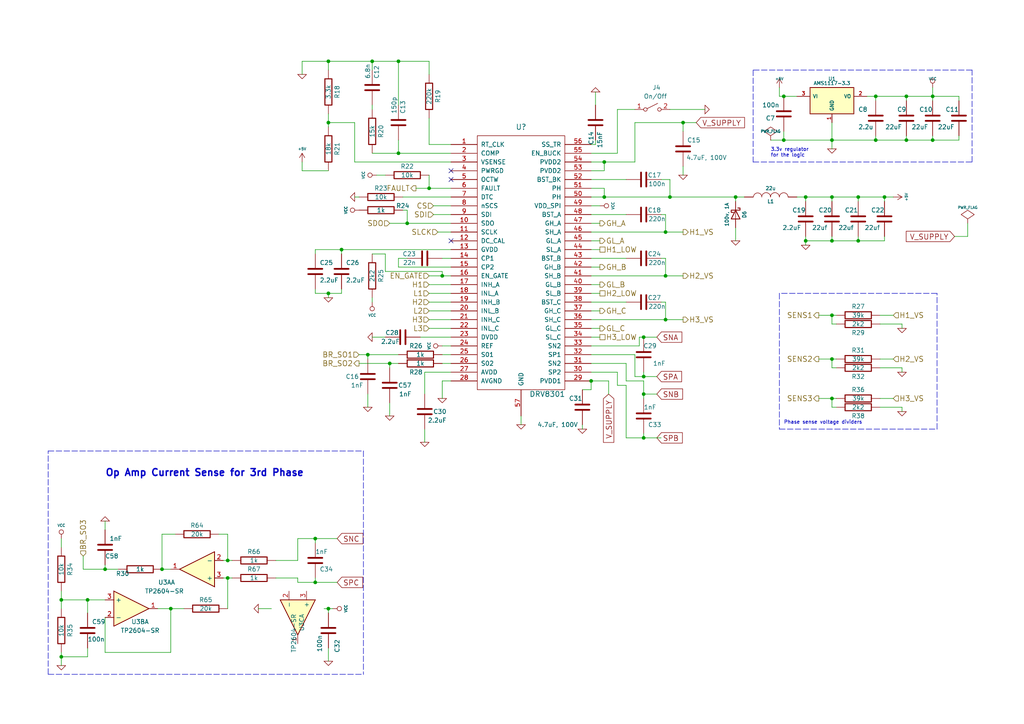
<source format=kicad_sch>
(kicad_sch (version 20231120) (generator "eeschema") (generator_version "8.0")
  (paper "A4")
  (title_block (title "Cheap FOCer 2") (date "2020-04-08") (rev "0.9") (company "Shaman Systems") (comment 1 "Root") (comment 4 "Top level"))
  (junction (at 175.26 57.15))
  (junction (at 227.33 27.94))
  (junction (at 128.27 80.01))
  (junction (at 186.69 97.79))
  (junction (at 95.25 176.53))
  (junction (at 256.54 57.15))
  (junction (at 194.31 57.15))
  (junction (at 213.36 57.15))
  (junction (at 186.69 114.3))
  (junction (at 241.3 91.44))
  (junction (at 248.92 69.85))
  (junction (at 171.45 110.49))
  (junction (at 66.04 162.56))
  (junction (at 66.04 167.64))
  (junction (at 262.89 40.64))
  (junction (at 99.06 72.39))
  (junction (at 17.78 190.5))
  (junction (at 248.92 57.15))
  (junction (at 175.26 46.99))
  (junction (at 46.99 165.1))
  (junction (at 115.57 44.45))
  (junction (at 254 27.94))
  (junction (at 25.4 173.99))
  (junction (at 233.68 69.85))
  (junction (at 193.04 67.31))
  (junction (at 17.78 173.99))
  (junction (at 198.12 35.56))
  (junction (at 262.89 27.94))
  (junction (at 270.51 27.94))
  (junction (at 233.68 57.15))
  (junction (at 124.46 54.61))
  (junction (at 95.25 17.78))
  (junction (at 193.04 80.01))
  (junction (at 95.25 35.56))
  (junction (at 95.25 85.09))
  (junction (at 118.11 64.77))
  (junction (at 91.44 168.91))
  (junction (at 115.57 17.78))
  (junction (at 254 40.64))
  (junction (at 241.3 115.57))
  (junction (at 186.69 127))
  (junction (at 113.03 105.41))
  (junction (at 241.3 69.85))
  (junction (at 193.04 92.71))
  (junction (at 49.53 176.53))
  (junction (at 227.33 40.64))
  (junction (at 241.3 57.15))
  (junction (at 107.95 17.78))
  (junction (at 30.48 165.1))
  (junction (at 106.68 102.87))
  (junction (at 241.3 104.14))
  (junction (at 91.44 156.21))
  (junction (at 186.69 109.22))
  (junction (at 270.51 40.64))
  (junction (at 241.3 40.64))
  (no_connect (at 130.81 69.85))
  (no_connect (at 130.81 49.53))
  (no_connect (at 130.81 52.07))
  (wire (pts (xy 128.27 80.01) (xy 130.81 80.01)))
  (wire (pts (xy 96.52 176.53) (xy 95.25 176.53)))
  (wire (pts (xy 186.69 107.95) (xy 186.69 109.22)))
  (wire (pts (xy 185.42 97.79) (xy 186.69 97.79)))
  (wire (pts (xy 280.67 64.77) (xy 280.67 68.58)))
  (polyline (pts (xy 281.94 46.99) (xy 281.94 20.32)) (stroke (width 0) (type dash)))
  (wire (pts (xy 168.91 123.19) (xy 168.91 124.46)))
  (wire (pts (xy 95.25 20.32) (xy 95.25 17.78)))
  (wire (pts (xy 172.72 41.91) (xy 172.72 40.64)))
  (wire (pts (xy 125.73 62.23) (xy 130.81 62.23)))
  (wire (pts (xy 179.07 31.75) (xy 184.15 31.75)))
  (polyline (pts (xy 13.97 130.81) (xy 105.41 130.81)) (stroke (width 0) (type dash)))
  (wire (pts (xy 227.33 27.94) (xy 231.14 27.94)))
  (wire (pts (xy 261.62 118.11) (xy 261.62 119.38)))
  (wire (pts (xy 241.3 104.14) (xy 241.3 106.68)))
  (wire (pts (xy 270.51 25.4) (xy 270.51 27.94)))
  (wire (pts (xy 175.26 57.15) (xy 194.31 57.15)))
  (wire (pts (xy 123.19 128.27) (xy 123.19 124.46)))
  (wire (pts (xy 118.11 60.96) (xy 118.11 64.77)))
  (wire (pts (xy 30.48 189.23) (xy 49.53 189.23)))
  (wire (pts (xy 278.13 40.64) (xy 270.51 40.64)))
  (wire (pts (xy 91.44 72.39) (xy 99.06 72.39)))
  (wire (pts (xy 91.44 73.66) (xy 91.44 72.39)))
  (wire (pts (xy 233.68 69.85) (xy 233.68 68.58)))
  (wire (pts (xy 106.68 104.14) (xy 106.68 102.87)))
  (wire (pts (xy 171.45 67.31) (xy 193.04 67.31)))
  (wire (pts (xy 198.12 35.56) (xy 201.93 35.56)))
  (wire (pts (xy 151.13 120.65) (xy 151.13 123.19)))
  (wire (pts (xy 63.5 154.94) (xy 66.04 154.94)))
  (wire (pts (xy 237.49 91.44) (xy 241.3 91.44)))
  (wire (pts (xy 262.89 27.94) (xy 262.89 29.21)))
  (wire (pts (xy 251.46 27.94) (xy 254 27.94)))
  (wire (pts (xy 171.45 100.33) (xy 185.42 100.33)))
  (wire (pts (xy 241.3 106.68) (xy 242.57 106.68)))
  (wire (pts (xy 193.04 62.23) (xy 191.77 62.23)))
  (wire (pts (xy 49.53 189.23) (xy 49.53 176.53)))
  (wire (pts (xy 95.25 49.53) (xy 87.63 49.53)))
  (wire (pts (xy 128.27 78.74) (xy 128.27 80.01)))
  (wire (pts (xy 107.95 73.66) (xy 111.76 73.66)))
  (wire (pts (xy 91.44 85.09) (xy 91.44 83.82)))
  (wire (pts (xy 171.45 87.63) (xy 181.61 87.63)))
  (wire (pts (xy 124.46 82.55) (xy 130.81 82.55)))
  (wire (pts (xy 171.45 57.15) (xy 175.26 57.15)))
  (wire (pts (xy 130.81 85.09) (xy 124.46 85.09)))
  (wire (pts (xy 30.48 165.1) (xy 34.29 165.1)))
  (wire (pts (xy 111.76 73.66) (xy 111.76 78.74)))
  (wire (pts (xy 113.03 120.65) (xy 113.03 116.84)))
  (wire (pts (xy 255.27 115.57) (xy 259.08 115.57)))
  (wire (pts (xy 116.84 60.96) (xy 118.11 60.96)))
  (wire (pts (xy 181.61 62.23) (xy 171.45 62.23)))
  (wire (pts (xy 255.27 91.44) (xy 259.08 91.44)))
  (wire (pts (xy 254 27.94) (xy 254 29.21)))
  (wire (pts (xy 99.06 85.09) (xy 95.25 85.09)))
  (wire (pts (xy 171.45 97.79) (xy 173.99 97.79)))
  (wire (pts (xy 175.26 46.99) (xy 175.26 49.53)))
  (wire (pts (xy 241.3 91.44) (xy 242.57 91.44)))
  (wire (pts (xy 124.46 92.71) (xy 130.81 92.71)))
  (wire (pts (xy 115.57 30.48) (xy 115.57 17.78)))
  (wire (pts (xy 194.31 57.15) (xy 213.36 57.15)))
  (wire (pts (xy 25.4 187.96) (xy 25.4 190.5)))
  (wire (pts (xy 254 40.64) (xy 254 39.37)))
  (wire (pts (xy 256.54 58.42) (xy 256.54 57.15)))
  (wire (pts (xy 172.72 26.67) (xy 172.72 30.48)))
  (wire (pts (xy 270.51 27.94) (xy 278.13 27.94)))
  (wire (pts (xy 115.57 17.78) (xy 107.95 17.78)))
  (wire (pts (xy 67.31 162.56) (xy 66.04 162.56)))
  (wire (pts (xy 181.61 105.41) (xy 181.61 110.49)))
  (polyline (pts (xy 218.44 20.32) (xy 218.44 46.99)) (stroke (width 0) (type dash)))
  (wire (pts (xy 186.69 127) (xy 191.77 127)))
  (wire (pts (xy 91.44 157.48) (xy 91.44 156.21)))
  (wire (pts (xy 17.78 171.45) (xy 17.78 173.99)))
  (wire (pts (xy 115.57 74.93) (xy 115.57 77.47)))
  (wire (pts (xy 95.25 35.56) (xy 95.25 36.83)))
  (wire (pts (xy 115.57 77.47) (xy 130.81 77.47)))
  (wire (pts (xy 242.57 118.11) (xy 241.3 118.11)))
  (wire (pts (xy 173.99 95.25) (xy 171.45 95.25)))
  (wire (pts (xy 262.89 27.94) (xy 270.51 27.94)))
  (polyline (pts (xy 218.44 46.99) (xy 281.94 46.99)) (stroke (width 0) (type dash)))
  (wire (pts (xy 262.89 39.37) (xy 262.89 40.64)))
  (wire (pts (xy 171.45 41.91) (xy 172.72 41.91)))
  (wire (pts (xy 241.3 40.64) (xy 254 40.64)))
  (wire (pts (xy 124.46 17.78) (xy 115.57 17.78)))
  (wire (pts (xy 130.81 46.99) (xy 102.87 46.99)))
  (wire (pts (xy 262.89 40.64) (xy 270.51 40.64)))
  (wire (pts (xy 256.54 68.58) (xy 256.54 69.85)))
  (wire (pts (xy 86.36 156.21) (xy 91.44 156.21)))
  (wire (pts (xy 242.57 93.98) (xy 241.3 93.98)))
  (wire (pts (xy 109.22 50.8) (xy 111.76 50.8)))
  (wire (pts (xy 171.45 105.41) (xy 181.61 105.41)))
  (wire (pts (xy 248.92 58.42) (xy 248.92 57.15)))
  (wire (pts (xy 254 40.64) (xy 262.89 40.64)))
  (wire (pts (xy 255.27 104.14) (xy 259.08 104.14)))
  (wire (pts (xy 248.92 57.15) (xy 256.54 57.15)))
  (wire (pts (xy 255.27 118.11) (xy 261.62 118.11)))
  (wire (pts (xy 128.27 102.87) (xy 130.81 102.87)))
  (wire (pts (xy 107.95 31.75) (xy 107.95 30.48)))
  (wire (pts (xy 107.95 44.45) (xy 115.57 44.45)))
  (polyline (pts (xy 281.94 20.32) (xy 218.44 20.32)) (stroke (width 0) (type dash)))
  (wire (pts (xy 198.12 48.26) (xy 198.12 50.8)))
  (wire (pts (xy 193.04 87.63) (xy 191.77 87.63)))
  (wire (pts (xy 173.99 59.69) (xy 171.45 59.69)))
  (wire (pts (xy 186.69 127) (xy 181.61 127)))
  (wire (pts (xy 193.04 67.31) (xy 198.12 67.31)))
  (wire (pts (xy 186.69 110.49) (xy 186.69 114.3)))
  (wire (pts (xy 118.11 74.93) (xy 115.57 74.93)))
  (wire (pts (xy 280.67 68.58) (xy 276.86 68.58)))
  (wire (pts (xy 175.26 49.53) (xy 171.45 49.53)))
  (wire (pts (xy 241.3 115.57) (xy 242.57 115.57)))
  (wire (pts (xy 227.33 38.1) (xy 227.33 40.64)))
  (wire (pts (xy 184.15 46.99) (xy 175.26 46.99)))
  (wire (pts (xy 193.04 62.23) (xy 193.04 67.31)))
  (wire (pts (xy 124.46 87.63) (xy 130.81 87.63)))
  (wire (pts (xy 123.19 107.95) (xy 123.19 114.3)))
  (wire (pts (xy 123.19 107.95) (xy 130.81 107.95)))
  (wire (pts (xy 171.45 72.39) (xy 173.99 72.39)))
  (wire (pts (xy 226.06 27.94) (xy 226.06 25.4)))
  (wire (pts (xy 24.13 165.1) (xy 30.48 165.1)))
  (wire (pts (xy 124.46 41.91) (xy 124.46 34.29)))
  (wire (pts (xy 184.15 102.87) (xy 184.15 109.22)))
  (wire (pts (xy 198.12 38.1) (xy 198.12 35.56)))
  (wire (pts (xy 124.46 54.61) (xy 130.81 54.61)))
  (wire (pts (xy 184.15 35.56) (xy 198.12 35.56)))
  (wire (pts (xy 95.25 191.77) (xy 95.25 187.96)))
  (wire (pts (xy 124.46 54.61) (xy 120.65 54.61)))
  (wire (pts (xy 80.01 167.64) (xy 86.36 167.64)))
  (wire (pts (xy 231.14 57.15) (xy 233.68 57.15)))
  (wire (pts (xy 181.61 110.49) (xy 186.69 110.49)))
  (wire (pts (xy 193.04 80.01) (xy 198.12 80.01)))
  (wire (pts (xy 106.68 102.87) (xy 115.57 102.87)))
  (wire (pts (xy 237.49 104.14) (xy 241.3 104.14)))
  (wire (pts (xy 173.99 77.47) (xy 171.45 77.47)))
  (wire (pts (xy 66.04 167.64) (xy 67.31 167.64)))
  (wire (pts (xy 256.54 57.15) (xy 259.08 57.15)))
  (wire (pts (xy 124.46 95.25) (xy 130.81 95.25)))
  (wire (pts (xy 241.3 93.98) (xy 241.3 91.44)))
  (wire (pts (xy 124.46 80.01) (xy 128.27 80.01)))
  (wire (pts (xy 241.3 58.42) (xy 241.3 57.15)))
  (wire (pts (xy 254 27.94) (xy 262.89 27.94)))
  (wire (pts (xy 46.99 154.94) (xy 46.99 165.1)))
  (polyline (pts (xy 13.97 195.58) (xy 105.41 195.58)) (stroke (width 0) (type dash)))
  (wire (pts (xy 270.51 40.64) (xy 270.51 39.37)))
  (wire (pts (xy 181.61 52.07) (xy 171.45 52.07)))
  (wire (pts (xy 278.13 39.37) (xy 278.13 40.64)))
  (wire (pts (xy 113.03 106.68) (xy 113.03 105.41)))
  (wire (pts (xy 99.06 72.39) (xy 130.81 72.39)))
  (wire (pts (xy 130.81 64.77) (xy 118.11 64.77)))
  (wire (pts (xy 241.3 40.64) (xy 241.3 43.18)))
  (wire (pts (xy 233.68 57.15) (xy 233.68 58.42)))
  (wire (pts (xy 124.46 41.91) (xy 130.81 41.91)))
  (wire (pts (xy 181.61 74.93) (xy 171.45 74.93)))
  (wire (pts (xy 181.61 111.76) (xy 179.07 111.76)))
  (wire (pts (xy 118.11 64.77) (xy 113.03 64.77)))
  (wire (pts (xy 184.15 35.56) (xy 184.15 46.99)))
  (wire (pts (xy 115.57 40.64) (xy 115.57 44.45)))
  (wire (pts (xy 171.45 80.01) (xy 193.04 80.01)))
  (wire (pts (xy 233.68 57.15) (xy 241.3 57.15)))
  (wire (pts (xy 91.44 168.91) (xy 97.79 168.91)))
  (wire (pts (xy 223.52 40.64) (xy 227.33 40.64)))
  (wire (pts (xy 66.04 154.94) (xy 66.04 162.56)))
  (wire (pts (xy 17.78 156.21) (xy 17.78 158.75)))
  (wire (pts (xy 66.04 162.56) (xy 64.77 162.56)))
  (wire (pts (xy 95.25 176.53) (xy 93.98 176.53)))
  (wire (pts (xy 74.93 176.53) (xy 78.74 176.53)))
  (wire (pts (xy 191.77 52.07) (xy 194.31 52.07)))
  (wire (pts (xy 95.25 17.78) (xy 87.63 17.78)))
  (wire (pts (xy 91.44 167.64) (xy 91.44 168.91)))
  (wire (pts (xy 25.4 177.8) (xy 25.4 173.99)))
  (wire (pts (xy 171.45 113.03) (xy 168.91 113.03)))
  (wire (pts (xy 171.45 102.87) (xy 184.15 102.87)))
  (wire (pts (xy 186.69 125.73) (xy 186.69 127)))
  (wire (pts (xy 124.46 21.59) (xy 124.46 17.78)))
  (wire (pts (xy 193.04 92.71) (xy 198.12 92.71)))
  (polyline (pts (xy 105.41 130.81) (xy 105.41 195.58)) (stroke (width 0) (type dash)))
  (wire (pts (xy 193.04 74.93) (xy 193.04 80.01)))
  (wire (pts (xy 102.87 35.56) (xy 95.25 35.56)))
  (wire (pts (xy 106.68 118.11) (xy 106.68 114.3)))
  (wire (pts (xy 95.25 177.8) (xy 95.25 176.53)))
  (wire (pts (xy 241.3 57.15) (xy 248.92 57.15)))
  (wire (pts (xy 17.78 190.5) (xy 17.78 189.23)))
  (wire (pts (xy 185.42 97.79) (xy 185.42 100.33)))
  (wire (pts (xy 99.06 73.66) (xy 99.06 72.39)))
  (wire (pts (xy 193.04 87.63) (xy 193.04 92.71)))
  (wire (pts (xy 255.27 106.68) (xy 261.62 106.68)))
  (wire (pts (xy 128.27 105.41) (xy 130.81 105.41)))
  (wire (pts (xy 128.27 110.49) (xy 130.81 110.49)))
  (wire (pts (xy 173.99 82.55) (xy 171.45 82.55)))
  (wire (pts (xy 30.48 179.07) (xy 30.48 189.23)))
  (wire (pts (xy 241.3 68.58) (xy 241.3 69.85)))
  (wire (pts (xy 237.49 115.57) (xy 241.3 115.57)))
  (wire (pts (xy 95.25 33.02) (xy 95.25 35.56)))
  (wire (pts (xy 261.62 93.98) (xy 261.62 95.25)))
  (wire (pts (xy 233.68 71.12) (xy 233.68 69.85)))
  (wire (pts (xy 173.99 85.09) (xy 171.45 85.09)))
  (wire (pts (xy 25.4 173.99) (xy 30.48 173.99)))
  (wire (pts (xy 186.69 109.22) (xy 184.15 109.22)))
  (wire (pts (xy 128.27 110.49) (xy 128.27 115.57)))
  (wire (pts (xy 278.13 27.94) (xy 278.13 29.21)))
  (wire (pts (xy 241.3 69.85) (xy 248.92 69.85)))
  (wire (pts (xy 53.34 176.53) (xy 49.53 176.53)))
  (wire (pts (xy 171.45 110.49) (xy 176.53 110.49)))
  (wire (pts (xy 121.92 97.79) (xy 130.81 97.79)))
  (wire (pts (xy 111.76 78.74) (xy 128.27 78.74)))
  (wire (pts (xy 171.45 54.61) (xy 175.26 54.61)))
  (wire (pts (xy 95.25 85.09) (xy 91.44 85.09)))
  (wire (pts (xy 25.4 190.5) (xy 17.78 190.5)))
  (wire (pts (xy 49.53 165.1) (xy 46.99 165.1)))
  (wire (pts (xy 104.14 105.41) (xy 113.03 105.41)))
  (wire (pts (xy 241.3 35.56) (xy 241.3 40.64)))
  (wire (pts (xy 213.36 66.04) (xy 213.36 69.85)))
  (wire (pts (xy 128.27 74.93) (xy 130.81 74.93)))
  (wire (pts (xy 80.01 162.56) (xy 86.36 162.56)))
  (wire (pts (xy 179.07 111.76) (xy 179.07 107.95)))
  (wire (pts (xy 171.45 92.71) (xy 193.04 92.71)))
  (wire (pts (xy 86.36 156.21) (xy 86.36 162.56)))
  (wire (pts (xy 104.14 102.87) (xy 106.68 102.87)))
  (wire (pts (xy 87.63 17.78) (xy 87.63 21.59)))
  (wire (pts (xy 125.73 59.69) (xy 130.81 59.69)))
  (wire (pts (xy 173.99 69.85) (xy 171.45 69.85)))
  (wire (pts (xy 107.95 20.32) (xy 107.95 17.78)))
  (wire (pts (xy 17.78 193.04) (xy 17.78 190.5)))
  (polyline (pts (xy 271.78 124.46) (xy 271.78 85.09)) (stroke (width 0) (type dash)))
  (wire (pts (xy 213.36 58.42) (xy 213.36 57.15)))
  (wire (pts (xy 50.8 154.94) (xy 46.99 154.94)))
  (wire (pts (xy 128.27 100.33) (xy 130.81 100.33)))
  (wire (pts (xy 248.92 69.85) (xy 248.92 68.58)))
  (wire (pts (xy 17.78 173.99) (xy 17.78 176.53)))
  (wire (pts (xy 30.48 163.83) (xy 30.48 165.1)))
  (wire (pts (xy 241.3 118.11) (xy 241.3 115.57)))
  (wire (pts (xy 194.31 31.75) (xy 204.47 31.75)))
  (wire (pts (xy 193.04 74.93) (xy 191.77 74.93)))
  (wire (pts (xy 186.69 114.3) (xy 190.5 114.3)))
  (wire (pts (xy 111.76 97.79) (xy 107.95 97.79)))
  (wire (pts (xy 173.99 90.17) (xy 171.45 90.17)))
  (wire (pts (xy 241.3 104.14) (xy 242.57 104.14)))
  (wire (pts (xy 124.46 50.8) (xy 124.46 54.61)))
  (wire (pts (xy 66.04 176.53) (xy 66.04 167.64)))
  (wire (pts (xy 99.06 83.82) (xy 99.06 85.09)))
  (wire (pts (xy 171.45 113.03) (xy 171.45 110.49)))
  (wire (pts (xy 115.57 44.45) (xy 130.81 44.45)))
  (wire (pts (xy 270.51 27.94) (xy 270.51 29.21)))
  (wire (pts (xy 86.36 168.91) (xy 86.36 167.64)))
  (wire (pts (xy 91.44 168.91) (xy 86.36 168.91)))
  (wire (pts (xy 176.53 110.49) (xy 176.53 114.3)))
  (wire (pts (xy 186.69 115.57) (xy 186.69 114.3)))
  (wire (pts (xy 194.31 52.07) (xy 194.31 57.15)))
  (wire (pts (xy 179.07 31.75) (xy 179.07 44.45)))
  (wire (pts (xy 113.03 105.41) (xy 115.57 105.41)))
  (wire (pts (xy 95.25 85.09) (xy 95.25 86.36)))
  (wire (pts (xy 179.07 44.45) (xy 171.45 44.45)))
  (wire (pts (xy 102.87 46.99) (xy 102.87 35.56)))
  (wire (pts (xy 116.84 57.15) (xy 130.81 57.15)))
  (wire (pts (xy 17.78 173.99) (xy 25.4 173.99)))
  (wire (pts (xy 181.61 127) (xy 181.61 111.76)))
  (wire (pts (xy 261.62 106.68) (xy 261.62 107.95)))
  (wire (pts (xy 233.68 69.85) (xy 241.3 69.85)))
  (polyline (pts (xy 271.78 85.09) (xy 226.06 85.09)) (stroke (width 0) (type dash)))
  (wire (pts (xy 130.81 90.17) (xy 124.46 90.17)))
  (wire (pts (xy 104.14 57.15) (xy 102.87 57.15)))
  (wire (pts (xy 24.13 161.29) (xy 24.13 165.1)))
  (polyline (pts (xy 226.06 85.09) (xy 226.06 124.46)) (stroke (width 0) (type dash)))
  (wire (pts (xy 227.33 40.64) (xy 241.3 40.64)))
  (wire (pts (xy 226.06 27.94) (xy 227.33 27.94)))
  (wire (pts (xy 91.44 156.21) (xy 97.79 156.21)))
  (wire (pts (xy 127 67.31) (xy 130.81 67.31)))
  (polyline (pts (xy 226.06 124.46) (xy 271.78 124.46)) (stroke (width 0) (type dash)))
  (wire (pts (xy 107.95 87.63) (xy 107.95 86.36)))
  (wire (pts (xy 64.77 167.64) (xy 66.04 167.64)))
  (wire (pts (xy 186.69 109.22) (xy 190.5 109.22)))
  (wire (pts (xy 107.95 17.78) (xy 95.25 17.78)))
  (wire (pts (xy 49.53 176.53) (xy 45.72 176.53)))
  (wire (pts (xy 255.27 93.98) (xy 261.62 93.98)))
  (wire (pts (xy 30.48 151.13) (xy 30.48 153.67)))
  (wire (pts (xy 87.63 49.53) (xy 87.63 46.99)))
  (wire (pts (xy 171.45 107.95) (xy 179.07 107.95)))
  (wire (pts (xy 173.99 64.77) (xy 171.45 64.77)))
  (wire (pts (xy 175.26 54.61) (xy 175.26 57.15)))
  (wire (pts (xy 213.36 57.15) (xy 215.9 57.15)))
  (wire (pts (xy 186.69 97.79) (xy 190.5 97.79)))
  (wire (pts (xy 171.45 46.99) (xy 175.26 46.99)))
  (wire (pts (xy 256.54 69.85) (xy 248.92 69.85)))
  (polyline (pts (xy 13.97 195.58) (xy 13.97 130.81)) (stroke (width 0) (type dash)))
  (text "Phase sense voltage dividers" (at 227.33 123.19 0) (effects (font (size 1.016 1.016)) (justify left bottom)))
  (text "3.3v regulator\nfor the logic" (at 223.52 45.72 0) (effects (font (size 1.016 1.016)) (justify left bottom)))
  (text "Op Amp Current Sense for 3rd Phase" (at 30.48 138.43 0) (effects (font (size 2.0066 2.0066) (thickness 0.4013) (bold yes)) (justify left bottom)))
  (global_label "SPB" (shape input) (at 190.5 127 0) (effects (font (size 1.524 1.524))) (property "Intersheetrefs" "${INTERSHEET_REFS}" (effects (hide yes))))
  (global_label "SNC" (shape input) (at 97.79 156.21 0) (effects (font (size 1.524 1.524))) (property "Intersheetrefs" "${INTERSHEET_REFS}" (effects (hide yes))))
  (global_label "SPA" (shape input) (at 190.5 109.22 0) (effects (font (size 1.524 1.524))) (property "Intersheetrefs" "${INTERSHEET_REFS}" (effects (hide yes))))
  (global_label "SNB" (shape input) (at 190.5 114.3 0) (effects (font (size 1.524 1.524))) (property "Intersheetrefs" "${INTERSHEET_REFS}" (effects (hide yes))))
  (global_label "SPC" (shape input) (at 97.79 168.91 0) (effects (font (size 1.524 1.524))) (property "Intersheetrefs" "${INTERSHEET_REFS}" (effects (hide yes))))
  (global_label "V_SUPPLY" (shape input) (at 176.53 114.3 270) (effects (font (size 1.524 1.524))) (property "Intersheetrefs" "${INTERSHEET_REFS}" (effects (hide yes))))
  (global_label "SNA" (shape input) (at 190.5 97.79 0) (effects (font (size 1.524 1.524))) (property "Intersheetrefs" "${INTERSHEET_REFS}" (effects (hide yes))))
  (global_label "V_SUPPLY" (shape input) (at 201.93 35.56 0) (effects (font (size 1.524 1.524))) (property "Intersheetrefs" "${INTERSHEET_REFS}" (effects (hide yes))))
  (global_label "V_SUPPLY" (shape input) (at 276.86 68.58 180) (effects (font (size 1.524 1.524))) (property "Intersheetrefs" "${INTERSHEET_REFS}" (effects (hide yes))))
  (hierarchical_label "H2_VS" (shape output) (at 198.12 80.01 0) (effects (font (size 1.524 1.524))))
  (hierarchical_label "CS" (shape input) (at 125.73 59.69 180) (effects (font (size 1.524 1.524))))
  (hierarchical_label "H1_VS" (shape input) (at 259.08 91.44 0) (effects (font (size 1.524 1.524))))
  (hierarchical_label "H2" (shape input) (at 124.46 87.63 180) (effects (font (size 1.524 1.524))))
  (hierarchical_label "H1_LOW" (shape passive) (at 173.99 72.39 0) (effects (font (size 1.524 1.524))))
  (hierarchical_label "H3_VS" (shape output) (at 198.12 92.71 0) (effects (font (size 1.524 1.524))))
  (hierarchical_label "L2" (shape input) (at 124.46 90.17 180) (effects (font (size 1.524 1.524))))
  (hierarchical_label "FAULT" (shape output) (at 120.65 54.61 180) (effects (font (size 1.524 1.524))))
  (hierarchical_label "SENS2" (shape output) (at 237.49 104.14 180) (effects (font (size 1.524 1.524))))
  (hierarchical_label "SDO" (shape input) (at 113.03 64.77 180) (effects (font (size 1.524 1.524))))
  (hierarchical_label "SDI" (shape input) (at 125.73 62.23 180) (effects (font (size 1.524 1.524))))
  (hierarchical_label "L1" (shape input) (at 124.46 85.09 180) (effects (font (size 1.524 1.524))))
  (hierarchical_label "BR_SO1" (shape input) (at 104.14 102.87 180) (effects (font (size 1.524 1.524))))
  (hierarchical_label "GH_A" (shape output) (at 173.99 64.77 0) (effects (font (size 1.524 1.524))))
  (hierarchical_label "H3_LOW" (shape passive) (at 173.99 97.79 0) (effects (font (size 1.524 1.524))))
  (hierarchical_label "GL_C" (shape output) (at 173.99 95.25 0) (effects (font (size 1.524 1.524))))
  (hierarchical_label "H1" (shape input) (at 124.46 82.55 180) (effects (font (size 1.524 1.524))))
  (hierarchical_label "EN_GATE" (shape input) (at 124.46 80.01 180) (effects (font (size 1.524 1.524))))
  (hierarchical_label "GH_B" (shape output) (at 173.99 77.47 0) (effects (font (size 1.524 1.524))))
  (hierarchical_label "H3_VS" (shape input) (at 259.08 115.57 0) (effects (font (size 1.524 1.524))))
  (hierarchical_label "H2_LOW" (shape passive) (at 173.99 85.09 0) (effects (font (size 1.524 1.524))))
  (hierarchical_label "BR_SO3" (shape input) (at 24.13 161.29 90) (effects (font (size 1.524 1.524))))
  (hierarchical_label "H3" (shape input) (at 124.46 92.71 180) (effects (font (size 1.524 1.524))))
  (hierarchical_label "GL_B" (shape output) (at 173.99 82.55 0) (effects (font (size 1.524 1.524))))
  (hierarchical_label "SENS1" (shape output) (at 237.49 91.44 180) (effects (font (size 1.524 1.524))))
  (hierarchical_label "H2_VS" (shape input) (at 259.08 104.14 0) (effects (font (size 1.524 1.524))))
  (hierarchical_label "SLCK" (shape input) (at 127 67.31 180) (effects (font (size 1.524 1.524))))
  (hierarchical_label "BR_SO2" (shape output) (at 104.14 105.41 180) (effects (font (size 1.524 1.524))))
  (hierarchical_label "SENS3" (shape output) (at 237.49 115.57 180) (effects (font (size 1.524 1.524))))
  (hierarchical_label "GH_C" (shape output) (at 173.99 90.17 0) (effects (font (size 1.524 1.524))))
  (hierarchical_label "H1_VS" (shape output) (at 198.12 67.31 0) (effects (font (size 1.524 1.524))))
  (hierarchical_label "GL_A" (shape output) (at 173.99 69.85 0) (effects (font (size 1.524 1.524))))
  (hierarchical_label "L3" (shape input) (at 124.46 95.25 180) (effects (font (size 1.524 1.524))))
  (symbol (lib_id "BLDC_4-rescue:R-RESCUE-BLDC_4") (at 248.92 91.44 270) (unit 1)
    (property "Reference" "R27" (at 248.92 88.9 90))
    (property "Value" "39k" (at 248.92 91.44 90))
    (property "Footprint" "Resistor_SMD:R_0603_1608Metric" (effects (hide yes)))
  )
  (symbol (lib_id "BLDC_4-rescue:R-RESCUE-BLDC_4") (at 248.92 93.98 270) (unit 1)
    (property "Reference" "R29" (at 248.92 96.52 90))
    (property "Value" "2k2" (at 248.92 93.98 90))
    (property "Footprint" "Resistor_SMD:R_0603_1608Metric" (effects (hide yes)))
  )
  (symbol (lib_id "BLDC_4-rescue:GND-RESCUE-BLDC_4") (at 261.62 95.25 0) (unit 1)
    (property "Reference" "#PWR044" (effects (hide yes)))
    (property "Value" "GND" (effects (hide yes)))
  )
  (symbol (lib_id "BLDC_4-rescue:GND-RESCUE-BLDC_4") (at 261.62 107.95 0) (unit 1)
    (property "Reference" "#PWR048" (effects (hide yes)))
    (property "Value" "GND" (effects (hide yes)))
  )
  (symbol (lib_id "BLDC_4-rescue:R-RESCUE-BLDC_4") (at 248.92 106.68 270) (unit 1)
    (property "Reference" "R32" (at 248.92 109.22 90))
    (property "Value" "2k2" (at 248.92 106.68 90))
    (property "Footprint" "Resistor_SMD:R_0603_1608Metric" (effects (hide yes)))
  )
  (symbol (lib_id "BLDC_4-rescue:R-RESCUE-BLDC_4") (at 248.92 118.11 270) (unit 1)
    (property "Reference" "R38" (at 248.92 120.65 90))
    (property "Value" "2k2" (at 248.92 118.11 90))
    (property "Footprint" "Resistor_SMD:R_0603_1608Metric" (effects (hide yes)))
  )
  (symbol (lib_id "BLDC_4-rescue:GND-RESCUE-BLDC_4") (at 261.62 119.38 0) (unit 1)
    (property "Reference" "#PWR052" (effects (hide yes)))
    (property "Value" "GND" (effects (hide yes)))
  )
  (symbol (lib_id "BLDC_4-rescue:DRV8301") (at 151.13 85.09 0) (unit 1)
    (property "Reference" "U2" (at 151.13 36.83 0) (effects (font (size 1.524 1.524))))
    (property "Value" "DRV8301" (at 158.75 114.3 0) (effects (font (size 1.524 1.524))))
    (property "Footprint" "Package_SO:HTSSOP-56-1EP_6.1x14mm_P0.5mm_EP3.61x6.35mm" (effects (hide yes)))
    (property "Datasheet" "http://www.ti.com/lit/ds/symlink/drv8353r.pdf" (effects (hide yes)))
    (instances (project "" (path "" (reference "U?") (unit 1)) (path "" (reference "U2") (unit 1))))
  )
  (symbol (lib_id "BLDC_4-rescue:INDUCTOR") (at 223.52 57.15 90) (unit 1)
    (property "Reference" "L1" (at 223.52 58.42 90) (effects (font (size 1.016 1.016))))
    (property "Value" "22u" (at 223.52 54.61 90) (effects (font (size 1.016 1.016))))
    (property "Footprint" "Inductor_SMD:L_Taiyo-Yuden_NR-60xx_HandSoldering" (effects (hide yes)))
  )
  (symbol (lib_id "BLDC_4-rescue:C-RESCUE-BLDC_4") (at 254 34.29 0) (unit 1)
    (property "Reference" "C8" (at 248.92 31.75 0) (effects (justify left)))
    (property "Value" "2.2u" (at 248.92 36.83 0) (effects (justify left)))
    (property "Footprint" "Capacitor_SMD:C_0603_1608Metric" (effects (hide yes)))
  )
  (symbol (lib_id "BLDC_4-rescue:GND-RESCUE-BLDC_4") (at 241.3 43.18 0) (unit 1)
    (property "Reference" "#PWR027" (effects (hide yes)))
    (property "Value" "GND" (effects (hide yes)))
  )
  (symbol (lib_id "BLDC_4-rescue:VCC") (at 270.51 25.4 0) (unit 1)
    (property "Reference" "#PWR026" (effects (hide yes)))
    (property "Value" "VCC" (at 270.51 22.86 0) (effects (font (size 0.762 0.762))))
  )
  (symbol (lib_id "BLDC_4-rescue:PWR_FLAG") (at 223.52 40.64 0) (unit 1)
    (property "Reference" "#FLG01" (effects (hide yes)))
    (property "Value" "PWR_FLAG" (at 223.52 38.1 0) (effects (font (size 0.762 0.762))))
  )
  (symbol (lib_id "BLDC_4-rescue:PWR_FLAG") (at 280.67 64.77 0) (unit 1)
    (property "Reference" "#FLG02" (effects (hide yes)))
    (property "Value" "PWR_FLAG" (at 280.67 60.198 0) (effects (font (size 0.762 0.762))))
  )
  (symbol (lib_id "BLDC_4-rescue:NCP1117ST33T3G") (at 241.3 29.21 0) (unit 1)
    (property "Reference" "U1" (at 241.3 22.86 0) (effects (font (size 1.016 1.016))))
    (property "Value" "AMS1117-3.3" (at 241.3 24.13 0) (effects (font (size 1.016 1.016))))
    (property "Footprint" "Package_TO_SOT_SMD:SOT-223-3_TabPin2" (effects (hide yes)))
  )
  (symbol (lib_id "BLDC_4-rescue:GND-RESCUE-BLDC_4") (at 87.63 21.59 0) (unit 1)
    (property "Reference" "#PWR028" (effects (hide yes)))
    (property "Value" "GND" (effects (hide yes)))
  )
  (symbol (lib_id "BLDC_4-rescue:C-RESCUE-BLDC_4") (at 115.57 35.56 0) (unit 1)
    (property "Reference" "C13" (at 116.84 33.02 90) (effects (justify left)))
    (property "Value" "150p" (at 114.3 33.02 90) (effects (justify left)))
    (property "Footprint" "Capacitor_SMD:C_0603_1608Metric" (effects (hide yes)))
  )
  (symbol (lib_id "BLDC_4-rescue:C-RESCUE-BLDC_4") (at 168.91 118.11 180) (unit 1)
    (property "Reference" "C31" (at 168.91 115.57 0) (effects (justify left)))
    (property "Value" "4.7uF, 100V" (at 167.64 123.19 0) (effects (justify left)))
    (property "Footprint" "Capacitor_SMD:C_1210_3225Metric" (effects (hide yes)))
  )
  (symbol (lib_id "BLDC_4-rescue:GND-RESCUE-BLDC_4") (at 151.13 123.19 0) (unit 1)
    (property "Reference" "#PWR047" (effects (hide yes)))
    (property "Value" "GND" (effects (hide yes)))
  )
  (symbol (lib_id "BLDC_4-rescue:GND-RESCUE-BLDC_4") (at 168.91 124.46 0) (unit 1)
    (property "Reference" "#PWR049" (effects (hide yes)))
    (property "Value" "GND" (effects (hide yes)))
  )
  (symbol (lib_id "BLDC_4-rescue:GND-RESCUE-BLDC_4") (at 198.12 50.8 0) (unit 1)
    (property "Reference" "#PWR033" (effects (hide yes)))
    (property "Value" "GND" (effects (hide yes)))
  )
  (symbol (lib_id "Device:D_Schottky") (at 213.36 62.23 270) (unit 1)
    (property "Reference" "D6" (at 215.9 62.23 0) (effects (font (size 1.016 1.016))))
    (property "Value" "100v, 1A" (at 210.82 62.23 0) (effects (font (size 1.016 1.016))))
    (property "Footprint" "Diode_SMD:D_SMA" (effects (hide yes)))
  )
  (symbol (lib_id "Cheap FOCer 2 60mm-rescue:+5V-power") (at 226.06 25.4 0) (unit 1)
    (property "Reference" "#PWR025" (effects (hide yes)))
    (property "Value" "+5V" (at 226.06 22.86 0) (effects (font (size 0.762 0.762))))
  )
  (symbol (lib_id "BLDC_4-rescue:C-RESCUE-BLDC_4") (at 123.19 74.93 90) (unit 1)
    (property "Reference" "C23" (at 120.65 73.66 90) (effects (justify left)))
    (property "Value" "22n" (at 120.65 76.2 90) (effects (justify left)))
    (property "Footprint" "Capacitor_SMD:C_0603_1608Metric" (effects (hide yes)))
  )
  (symbol (lib_id "BLDC_4-rescue:C-RESCUE-BLDC_4") (at 116.84 97.79 270) (unit 1)
    (property "Reference" "C28" (at 111.76 96.52 90) (effects (justify left)))
    (property "Value" "2.2uF" (at 110.49 99.06 90) (effects (justify left)))
    (property "Footprint" "Capacitor_SMD:C_0603_1608Metric" (effects (hide yes)))
  )
  (symbol (lib_id "BLDC_4-rescue:C-RESCUE-BLDC_4") (at 123.19 119.38 180) (unit 1)
    (property "Reference" "C30" (at 129.54 119.38 0) (effects (justify left)))
    (property "Value" "2.2uF" (at 129.54 121.92 0) (effects (justify left)))
    (property "Footprint" "Capacitor_SMD:C_0603_1608Metric" (effects (hide yes)))
  )
  (symbol (lib_id "Switch:SW_SPST") (at 189.23 31.75 0) (unit 1)
    (property "Reference" "J4" (at 189.23 25.4 0) (effects (justify left)))
    (property "Value" "On/Off" (at 186.69 27.94 0) (effects (justify left)))
    (property "Footprint" "Connector_JST:JST_PH_B2B-PH-K_1x02_P2.00mm_Vertical" (effects (hide yes)))
  )
  (symbol (lib_id "BLDC_4-rescue:C-RESCUE-BLDC_4") (at 227.33 33.02 180) (unit 1)
    (property "Reference" "C7" (at 224.79 34.29 0) (effects (justify left)))
    (property "Value" "100n" (at 226.06 30.48 0) (effects (justify left)))
    (property "Footprint" "Capacitor_SMD:C_0603_1608Metric" (effects (hide yes)))
    (instances (project "" (path "" (reference "C7") (unit 1)) (path "" (reference "C?") (unit 1))))
  )
  (symbol (lib_id "BLDC_4-rescue:R-RESCUE-BLDC_4") (at 118.11 50.8 90) (unit 1)
    (property "Reference" "R22" (at 118.11 48.26 90))
    (property "Value" "10k" (at 118.11 50.8 90))
    (property "Footprint" "Resistor_SMD:R_0603_1608Metric" (effects (hide yes)))
  )
  (symbol (lib_id "BLDC_4-rescue:R-RESCUE-BLDC_4") (at 124.46 27.94 180) (unit 1)
    (property "Reference" "R19" (at 127 27.94 90))
    (property "Value" "220k" (at 124.46 27.94 90))
    (property "Footprint" "Resistor_SMD:R_0603_1608Metric" (effects (hide yes)))
  )
  (symbol (lib_id "BLDC_4-rescue:C-RESCUE-BLDC_4") (at 241.3 63.5 180) (unit 1)
    (property "Reference" "C20" (at 241.3 60.96 0) (effects (justify left)))
    (property "Value" "22uf" (at 240.03 66.04 0) (effects (justify left)))
    (property "Footprint" "Capacitor_SMD:C_0805_2012Metric" (effects (hide yes)))
  )
  (symbol (lib_id "BLDC_4-rescue:C-RESCUE-BLDC_4") (at 248.92 63.5 180) (unit 1)
    (property "Reference" "C21" (at 248.92 60.96 0) (effects (justify left)))
    (property "Value" "22uf" (at 247.65 66.04 0) (effects (justify left)))
    (property "Footprint" "Capacitor_SMD:C_0805_2012Metric" (effects (hide yes)))
  )
  (symbol (lib_id "BLDC_4-rescue:R-RESCUE-BLDC_4") (at 107.95 80.01 0) (unit 1)
    (property "Reference" "R25" (at 110.49 80.01 90))
    (property "Value" "2k2" (at 107.95 80.01 90))
    (property "Footprint" "Resistor_SMD:R_0603_1608Metric" (effects (hide yes)))
  )
  (symbol (lib_id "Cheap FOCer 2 60mm-rescue:+5V-power") (at 259.08 57.15 270) (unit 1)
    (property "Reference" "#PWR035" (effects (hide yes)))
    (property "Value" "+5V" (at 262.89 57.15 0) (effects (font (size 0.762 0.762))))
  )
  (symbol (lib_id "BLDC_4-rescue:C-RESCUE-BLDC_4") (at 107.95 25.4 0) (unit 1)
    (property "Reference" "C12" (at 109.22 22.86 90) (effects (justify left)))
    (property "Value" "6.8n" (at 106.68 22.86 90) (effects (justify left)))
    (property "Footprint" "Capacitor_SMD:C_0603_1608Metric" (effects (hide yes)))
  )
  (symbol (lib_id "BLDC_4-rescue:R-RESCUE-BLDC_4") (at 95.25 26.67 180) (unit 1)
    (property "Reference" "R18" (at 97.79 26.67 90))
    (property "Value" "3.3k" (at 95.25 26.67 90))
    (property "Footprint" "Resistor_SMD:R_0603_1608Metric" (effects (hide yes)))
  )
  (symbol (lib_id "BLDC_4-rescue:C-RESCUE-BLDC_4") (at 262.89 34.29 180) (unit 1)
    (property "Reference" "C9" (at 262.89 31.75 0) (effects (justify left)))
    (property "Value" "22uF" (at 261.62 36.83 0) (effects (justify left)))
    (property "Footprint" "Capacitor_SMD:C_0805_2012Metric" (effects (hide yes)))
  )
  (symbol (lib_id "BLDC_4-rescue:R-RESCUE-BLDC_4") (at 95.25 43.18 180) (unit 1)
    (property "Reference" "R21" (at 97.79 43.18 90))
    (property "Value" "18k" (at 95.25 43.18 90))
    (property "Footprint" "Resistor_SMD:R_0603_1608Metric" (effects (hide yes)))
  )
  (symbol (lib_id "BLDC_4-rescue:C-RESCUE-BLDC_4") (at 270.51 34.29 180) (unit 1)
    (property "Reference" "C10" (at 270.51 31.75 0) (effects (justify left)))
    (property "Value" "22uF" (at 269.24 36.83 0) (effects (justify left)))
    (property "Footprint" "Capacitor_SMD:C_0805_2012Metric" (effects (hide yes)))
  )
  (symbol (lib_id "BLDC_4-rescue:R-RESCUE-BLDC_4") (at 107.95 38.1 180) (unit 1)
    (property "Reference" "R20" (at 110.49 38.1 90))
    (property "Value" "15k" (at 107.95 38.1 90))
    (property "Footprint" "Resistor_SMD:R_0603_1608Metric" (effects (hide yes)))
  )
  (symbol (lib_id "Cheap FOCer 2 60mm-rescue:+5V-power") (at 87.63 46.99 0) (unit 1)
    (property "Reference" "#PWR031" (effects (hide yes)))
    (property "Value" "+5V" (at 87.63 43.18 0) (effects (font (size 0.762 0.762))))
  )
  (symbol (lib_id "BLDC_4-rescue:C-RESCUE-BLDC_4") (at 278.13 34.29 180) (unit 1)
    (property "Reference" "C11" (at 278.13 31.75 0) (effects (justify left)))
    (property "Value" "22uF" (at 276.86 36.83 0) (effects (justify left)))
    (property "Footprint" "Capacitor_SMD:C_0805_2012Metric" (effects (hide yes)))
  )
  (symbol (lib_id "BLDC_4-rescue:C-RESCUE-BLDC_4") (at 256.54 63.5 180) (unit 1)
    (property "Reference" "C22" (at 256.54 60.96 0) (effects (justify left)))
    (property "Value" "22uf" (at 255.27 66.04 0) (effects (justify left)))
    (property "Footprint" "Capacitor_SMD:C_0805_2012Metric" (effects (hide yes)))
  )
  (symbol (lib_id "BLDC_4-rescue:VCC") (at 109.22 50.8 90) (unit 1)
    (property "Reference" "#PWR032" (effects (hide yes)))
    (property "Value" "VCC" (at 105.41 50.8 0) (effects (font (size 0.762 0.762))))
  )
  (symbol (lib_id "BLDC_4-rescue:R-RESCUE-BLDC_4") (at 110.49 57.15 90) (unit 1)
    (property "Reference" "R23" (at 110.49 54.61 90))
    (property "Value" "10k" (at 110.49 57.15 90))
    (property "Footprint" "Resistor_SMD:R_0603_1608Metric" (effects (hide yes)))
  )
  (symbol (lib_id "BLDC_4-rescue:GND-RESCUE-BLDC_4") (at 102.87 57.15 270) (unit 1)
    (property "Reference" "#PWR034" (effects (hide yes)))
    (property "Value" "GND" (effects (hide yes)))
  )
  (symbol (lib_id "BLDC_4-rescue:C-RESCUE-BLDC_4") (at 186.69 102.87 180) (unit 1)
    (property "Reference" "C29" (at 190.5 100.33 0) (effects (justify left)))
    (property "Value" "1nF" (at 193.04 105.41 0) (effects (justify left)))
    (property "Footprint" "Capacitor_SMD:C_0603_1608Metric" (effects (hide yes)))
  )
  (symbol (lib_id "Cheap FOCer 2 60mm-rescue:Opamp_Dual_Generic-Device") (at 38.1 176.53 0) (unit 1)
    (property "Reference" "U3B" (at 40.64 180.34 0))
    (property "Value" "TP2604-SR" (at 40.64 182.88 0))
    (property "Footprint" "Package_SO:SOIC-8_3.9x4.9mm_P1.27mm" (effects (hide yes)))
    (property "Datasheet" "http://www.ti.com/lit/ds/symlink/ina181.pdf" (effects (hide yes)))
  )
  (symbol (lib_id "Cheap FOCer 2 60mm-rescue:Opamp_Dual_Generic-Device") (at 86.36 179.07 270) (unit 1)
    (property "Reference" "U3C" (at 87.5284 178.0032 0) (effects (justify left)))
    (property "Value" "TP2604-SR" (at 85.217 178.0032 0) (effects (justify left)))
    (property "Footprint" "Package_SO:SOIC-8_3.9x4.9mm_P1.27mm" (effects (hide yes)))
    (property "Datasheet" "http://www.ti.com/lit/ds/symlink/ina181.pdf" (effects (hide yes)))
  )
  (symbol (lib_id "BLDC_4-rescue:R-RESCUE-BLDC_4") (at 110.49 60.96 270) (unit 1)
    (property "Reference" "R24" (at 116.84 59.69 90))
    (property "Value" "1k" (at 110.49 60.96 90))
    (property "Footprint" "Resistor_SMD:R_0603_1608Metric" (effects (hide yes)))
    (instances (project "" (path "" (reference "R24") (unit 1)) (path "" (reference "R?") (unit 1))))
  )
  (symbol (lib_id "BLDC_4-rescue:R-RESCUE-BLDC_4") (at 73.66 162.56 90) (unit 1)
    (property "Reference" "R66" (at 73.66 160.02 90))
    (property "Value" "1k" (at 73.66 162.56 90))
    (property "Footprint" "Resistor_SMD:R_0603_1608Metric" (effects (hide yes)))
  )
  (symbol (lib_id "BLDC_4-rescue:C-RESCUE-BLDC_4") (at 186.69 120.65 0) (unit 1)
    (property "Reference" "C33" (at 187.96 123.19 0) (effects (justify left)))
    (property "Value" "1nF" (at 186.69 118.11 0) (effects (justify left)))
    (property "Footprint" "Capacitor_SMD:C_0603_1608Metric" (effects (hide yes)))
  )
  (symbol (lib_id "BLDC_4-rescue:R-RESCUE-BLDC_4") (at 73.66 167.64 90) (unit 1)
    (property "Reference" "R67" (at 73.66 165.1 90))
    (property "Value" "1k" (at 73.66 167.64 90))
    (property "Footprint" "Resistor_SMD:R_0603_1608Metric" (effects (hide yes)))
  )
  (symbol (lib_id "BLDC_4-rescue:VCC") (at 104.14 60.96 90) (unit 1)
    (property "Reference" "#PWR037" (effects (hide yes)))
    (property "Value" "VCC" (at 100.33 60.96 0) (effects (font (size 0.762 0.762))))
  )
  (symbol (lib_id "BLDC_4-rescue:R-RESCUE-BLDC_4") (at 57.15 154.94 90) (unit 1)
    (property "Reference" "R64" (at 57.15 152.4 90))
    (property "Value" "20k" (at 57.15 154.94 90))
    (property "Footprint" "Resistor_SMD:R_0603_1608Metric" (effects (hide yes)))
  )
  (symbol (lib_id "BLDC_4-rescue:R-RESCUE-BLDC_4") (at 59.69 176.53 90) (unit 1)
    (property "Reference" "R65" (at 59.69 173.99 90))
    (property "Value" "20k" (at 59.69 176.53 90))
    (property "Footprint" "Resistor_SMD:R_0603_1608Metric" (effects (hide yes)))
  )
  (symbol (lib_id "BLDC_4-rescue:C-RESCUE-BLDC_4") (at 99.06 78.74 0) (unit 1)
    (property "Reference" "C26" (at 100.33 76.2 0) (effects (justify left)))
    (property "Value" "2.2uF" (at 100.33 81.28 0) (effects (justify left)))
    (property "Footprint" "Capacitor_SMD:C_0603_1608Metric" (effects (hide yes)))
  )
  (symbol (lib_id "BLDC_4-rescue:GND-RESCUE-BLDC_4") (at 74.93 176.53 270) (unit 1)
    (property "Reference" "#PWR082" (effects (hide yes)))
    (property "Value" "GND" (effects (hide yes)))
  )
  (symbol (lib_id "BLDC_4-rescue:C-RESCUE-BLDC_4") (at 91.44 78.74 0) (unit 1)
    (property "Reference" "C25" (at 92.71 76.2 0) (effects (justify left)))
    (property "Value" "2.2uF" (at 92.71 81.28 0) (effects (justify left)))
    (property "Footprint" "Capacitor_SMD:C_0603_1608Metric" (effects (hide yes)))
  )
  (symbol (lib_id "BLDC_4-rescue:GND-RESCUE-BLDC_4") (at 95.25 86.36 0) (unit 1)
    (property "Reference" "#PWR040" (effects (hide yes)))
    (property "Value" "GND" (effects (hide yes)))
  )
  (symbol (lib_id "BLDC_4-rescue:VCC") (at 107.95 87.63 180) (unit 1)
    (property "Reference" "#PWR041" (effects (hide yes)))
    (property "Value" "VCC" (at 107.95 91.44 0) (effects (font (size 0.762 0.762))))
  )
  (symbol (lib_id "BLDC_4-rescue:C-RESCUE-BLDC_4") (at 91.44 162.56 0) (unit 1)
    (property "Reference" "C34" (at 92.71 165.1 0) (effects (justify left)))
    (property "Value" "1nF" (at 91.44 160.02 0) (effects (justify left)))
    (property "Footprint" "Capacitor_SMD:C_0603_1608Metric" (effects (hide yes)))
  )
  (symbol (lib_id "BLDC_4-rescue:GND-RESCUE-BLDC_4") (at 107.95 97.79 270) (unit 1)
    (property "Reference" "#PWR042" (effects (hide yes)))
    (property "Value" "GND" (effects (hide yes)))
  )
  (symbol (lib_id "BLDC_4-rescue:GND-RESCUE-BLDC_4") (at 123.19 128.27 0) (unit 1)
    (property "Reference" "#PWR046" (effects (hide yes)))
    (property "Value" "GND" (effects (hide yes)))
  )
  (symbol (lib_id "BLDC_4-rescue:GND-RESCUE-BLDC_4") (at 128.27 115.57 0) (unit 1)
    (property "Reference" "#PWR045" (effects (hide yes)))
    (property "Value" "GND" (effects (hide yes)))
  )
  (symbol (lib_id "BLDC_4-rescue:VCC") (at 128.27 100.33 90) (unit 1)
    (property "Reference" "#PWR0102" (effects (hide yes)))
    (property "Value" "VCC" (at 124.46 100.33 0) (effects (font (size 0.762 0.762))))
  )
  (symbol (lib_id "BLDC_4-rescue:C-RESCUE-BLDC_4") (at 186.69 87.63 90) (unit 1)
    (property "Reference" "C27" (at 191.77 86.36 90) (effects (justify left)))
    (property "Value" "220n" (at 193.04 88.9 90) (effects (justify left)))
    (property "Footprint" "Capacitor_SMD:C_0603_1608Metric" (effects (hide yes)))
  )
  (symbol (lib_id "BLDC_4-rescue:C-RESCUE-BLDC_4") (at 186.69 74.93 90) (unit 1)
    (property "Reference" "C24" (at 191.77 73.66 90) (effects (justify left)))
    (property "Value" "220n" (at 193.04 76.2 90) (effects (justify left)))
    (property "Footprint" "Capacitor_SMD:C_0603_1608Metric" (effects (hide yes)))
  )
  (symbol (lib_id "BLDC_4-rescue:C-RESCUE-BLDC_4") (at 186.69 62.23 90) (unit 1)
    (property "Reference" "C18" (at 191.77 60.96 90) (effects (justify left)))
    (property "Value" "220n" (at 193.04 63.5 90) (effects (justify left)))
    (property "Footprint" "Capacitor_SMD:C_0603_1608Metric" (effects (hide yes)))
  )
  (symbol (lib_id "BLDC_4-rescue:VCC") (at 173.99 59.69 270) (unit 1)
    (property "Reference" "#PWR036" (effects (hide yes)))
    (property "Value" "VCC" (at 177.8 59.69 0) (effects (font (size 0.762 0.762))))
  )
  (symbol (lib_id "BLDC_4-rescue:C-RESCUE-BLDC_4") (at 186.69 52.07 90) (unit 1)
    (property "Reference" "C17" (at 191.77 50.8 90) (effects (justify left)))
    (property "Value" "100n" (at 193.04 53.34 90) (effects (justify left)))
    (property "Footprint" "Capacitor_SMD:C_0603_1608Metric" (effects (hide yes)))
  )
  (symbol (lib_id "BLDC_4-rescue:C-RESCUE-BLDC_4") (at 95.25 182.88 180) (unit 1)
    (property "Reference" "C32" (at 97.79 185.42 90) (effects (justify left)))
    (property "Value" "100n" (at 92.71 184.15 90) (effects (justify left)))
    (property "Footprint" "Capacitor_SMD:C_0603_1608Metric" (effects (hide yes)))
    (instances (project "" (path "" (reference "C32") (unit 1)) (path "" (reference "C?") (unit 1))))
  )
  (symbol (lib_id "BLDC_4-rescue:C-RESCUE-BLDC_4") (at 172.72 35.56 180) (unit 1)
    (property "Reference" "C14" (at 171.45 38.1 90) (effects (justify left)))
    (property "Value" "15nF" (at 173.99 38.1 90) (effects (justify left)))
    (property "Footprint" "Capacitor_SMD:C_0603_1608Metric" (effects (hide yes)))
  )
  (symbol (lib_id "BLDC_4-rescue:GND-RESCUE-BLDC_4") (at 95.25 191.77 0) (unit 1)
    (property "Reference" "#PWR0101" (effects (hide yes)))
    (property "Value" "GND" (effects (hide yes)))
  )
  (symbol (lib_id "BLDC_4-rescue:GND-RESCUE-BLDC_4") (at 172.72 26.67 180) (unit 1)
    (property "Reference" "#PWR029" (effects (hide yes)))
    (property "Value" "GND" (effects (hide yes)))
  )
  (symbol (lib_id "BLDC_4-rescue:GND-RESCUE-BLDC_4") (at 204.47 31.75 90) (unit 1)
    (property "Reference" "#PWR030" (effects (hide yes)))
    (property "Value" "GND" (effects (hide yes)))
  )
  (symbol (lib_id "BLDC_4-rescue:C-RESCUE-BLDC_4") (at 198.12 43.18 180) (unit 1)
    (property "Reference" "C15" (at 203.2 40.64 0) (effects (justify left)))
    (property "Value" "4.7uF, 100V" (at 210.82 45.72 0) (effects (justify left)))
    (property "Footprint" "Capacitor_SMD:C_1210_3225Metric" (effects (hide yes)))
    (instances (project "" (path "" (reference "C15") (unit 1)) (path "" (reference "C?") (unit 1))))
  )
  (symbol (lib_id "BLDC_4-rescue:GND-RESCUE-BLDC_4") (at 213.36 69.85 0) (unit 1)
    (property "Reference" "#PWR038" (effects (hide yes)))
    (property "Value" "GND" (effects (hide yes)))
  )
  (symbol (lib_id "BLDC_4-rescue:R-RESCUE-BLDC_4") (at 121.92 102.87 90) (unit 1)
    (property "Reference" "R26" (at 120.65 100.33 90))
    (property "Value" "1k" (at 121.92 102.87 90))
    (property "Footprint" "Resistor_SMD:R_0603_1608Metric" (effects (hide yes)))
  )
  (symbol (lib_id "BLDC_4-rescue:C-RESCUE-BLDC_4") (at 233.68 63.5 180) (unit 1)
    (property "Reference" "C19" (at 233.68 60.96 0) (effects (justify left)))
    (property "Value" "2.2uF" (at 232.41 66.04 0) (effects (justify left)))
    (property "Footprint" "Capacitor_SMD:C_0603_1608Metric" (effects (hide yes)))
  )
  (symbol (lib_id "BLDC_4-rescue:R-RESCUE-BLDC_4") (at 121.92 105.41 90) (unit 1)
    (property "Reference" "R28" (at 120.65 107.95 90))
    (property "Value" "1k" (at 121.92 105.41 90))
    (property "Footprint" "Resistor_SMD:R_0603_1608Metric" (effects (hide yes)))
  )
  (symbol (lib_id "BLDC_4-rescue:GND-RESCUE-BLDC_4") (at 233.68 71.12 0) (unit 1)
    (property "Reference" "#PWR039" (effects (hide yes)))
    (property "Value" "GND" (effects (hide yes)))
  )
  (symbol (lib_id "BLDC_4-rescue:C-RESCUE-BLDC_4") (at 113.03 111.76 180) (unit 1)
    (property "Reference" "C57" (at 119.38 111.76 0) (effects (justify left)))
    (property "Value" "1nF" (at 119.38 114.3 0) (effects (justify left)))
    (property "Footprint" "Capacitor_SMD:C_0603_1608Metric" (effects (hide yes)))
  )
  (symbol (lib_id "BLDC_4-rescue:C-RESCUE-BLDC_4") (at 106.68 109.22 180) (unit 1)
    (property "Reference" "C16" (at 104.14 109.22 0) (effects (justify left)))
    (property "Value" "1nF" (at 105.41 111.76 0) (effects (justify left)))
    (property "Footprint" "Capacitor_SMD:C_0603_1608Metric" (effects (hide yes)))
  )
  (symbol (lib_id "BLDC_4-rescue:R-RESCUE-BLDC_4") (at 248.92 104.14 270) (unit 1)
    (property "Reference" "R31" (at 248.92 101.6 90))
    (property "Value" "39k" (at 248.92 104.14 90))
    (property "Footprint" "Resistor_SMD:R_0603_1608Metric" (effects (hide yes)))
  )
  (symbol (lib_id "BLDC_4-rescue:R-RESCUE-BLDC_4") (at 248.92 115.57 270) (unit 1)
    (property "Reference" "R36" (at 248.92 113.03 90))
    (property "Value" "39k" (at 248.92 115.57 90))
    (property "Footprint" "Resistor_SMD:R_0603_1608Metric" (effects (hide yes)))
  )
  (symbol (lib_id "BLDC_4-rescue:GND-RESCUE-BLDC_4") (at 106.68 118.11 0) (unit 1)
    (property "Reference" "#PWR083" (effects (hide yes)))
    (property "Value" "GND" (effects (hide yes)))
  )
  (symbol (lib_id "BLDC_4-rescue:GND-RESCUE-BLDC_4") (at 113.03 120.65 0) (unit 1)
    (property "Reference" "#PWR084" (effects (hide yes)))
    (property "Value" "GND" (effects (hide yes)))
  )
  (symbol (lib_id "BLDC_4-rescue:R-RESCUE-BLDC_4") (at 40.64 165.1 90) (unit 1)
    (property "Reference" "R30" (at 35.56 166.37 90))
    (property "Value" "1k" (at 40.64 165.1 90))
    (property "Footprint" "Resistor_SMD:R_0603_1608Metric" (effects (hide yes)))
  )
  (symbol (lib_id "BLDC_4-rescue:C-RESCUE-BLDC_4") (at 30.48 158.75 0) (unit 1)
    (property "Reference" "C58" (at 30.48 161.29 0) (effects (justify left)))
    (property "Value" "1nF" (at 31.75 156.21 0) (effects (justify left)))
    (property "Footprint" "Capacitor_SMD:C_0603_1608Metric" (effects (hide yes)))
  )
  (symbol (lib_id "BLDC_4-rescue:GND-RESCUE-BLDC_4") (at 30.48 151.13 180) (unit 1)
    (property "Reference" "#PWR085" (effects (hide yes)))
    (property "Value" "GND" (effects (hide yes)))
  )
  (symbol (lib_id "BLDC_4-rescue:C-RESCUE-BLDC_4") (at 25.4 182.88 0) (unit 1)
    (property "Reference" "C59" (at 26.67 180.34 0) (effects (justify left)))
    (property "Value" "100n" (at 25.4 185.42 0) (effects (justify left)))
    (property "Footprint" "Capacitor_SMD:C_0603_1608Metric" (effects (hide yes)))
    (instances (project "" (path "" (reference "C59") (unit 1)) (path "" (reference "C?") (unit 1))))
  )
  (symbol (lib_id "Cheap FOCer 2 60mm-rescue:Opamp_Dual_Generic-Device") (at 57.15 165.1 180) (unit 1)
    (property "Reference" "U3A" (at 50.8 168.91 0) (effects (justify left)))
    (property "Value" "TP2604-SR" (at 53.34 171.45 0) (effects (justify left)))
    (property "Footprint" "Package_SO:SOIC-8_3.9x4.9mm_P1.27mm" (effects (hide yes)))
    (property "Datasheet" "http://www.ti.com/lit/ds/symlink/ina181.pdf" (effects (hide yes)))
  )
  (symbol (lib_id "BLDC_4-rescue:VCC") (at 96.52 176.53 270) (unit 1)
    (property "Reference" "#PWR053" (effects (hide yes)))
    (property "Value" "VCC" (at 100.33 176.53 0) (effects (font (size 0.762 0.762))))
  )
  (symbol (lib_id "BLDC_4-rescue:GND-RESCUE-BLDC_4") (at 17.78 193.04 0) (unit 1)
    (property "Reference" "#PWR050" (effects (hide yes)))
    (property "Value" "GND" (effects (hide yes)))
  )
  (symbol (lib_id "BLDC_4-rescue:R-RESCUE-BLDC_4") (at 17.78 165.1 0) (unit 1)
    (property "Reference" "R34" (at 20.32 165.1 90))
    (property "Value" "10k" (at 17.78 165.1 90))
    (property "Footprint" "Resistor_SMD:R_0603_1608Metric" (effects (hide yes)))
  )
  (symbol (lib_id "BLDC_4-rescue:R-RESCUE-BLDC_4") (at 17.78 182.88 0) (unit 1)
    (property "Reference" "R35" (at 20.32 182.88 90))
    (property "Value" "10k" (at 17.78 182.88 90))
    (property "Footprint" "Resistor_SMD:R_0603_1608Metric" (effects (hide yes)))
  )
  (symbol (lib_id "BLDC_4-rescue:VCC") (at 17.78 156.21 0) (unit 1)
    (property "Reference" "#PWR051" (effects (hide yes)))
    (property "Value" "VCC" (at 17.78 152.4 0) (effects (font (size 0.762 0.762))))
  )
)
</source>
